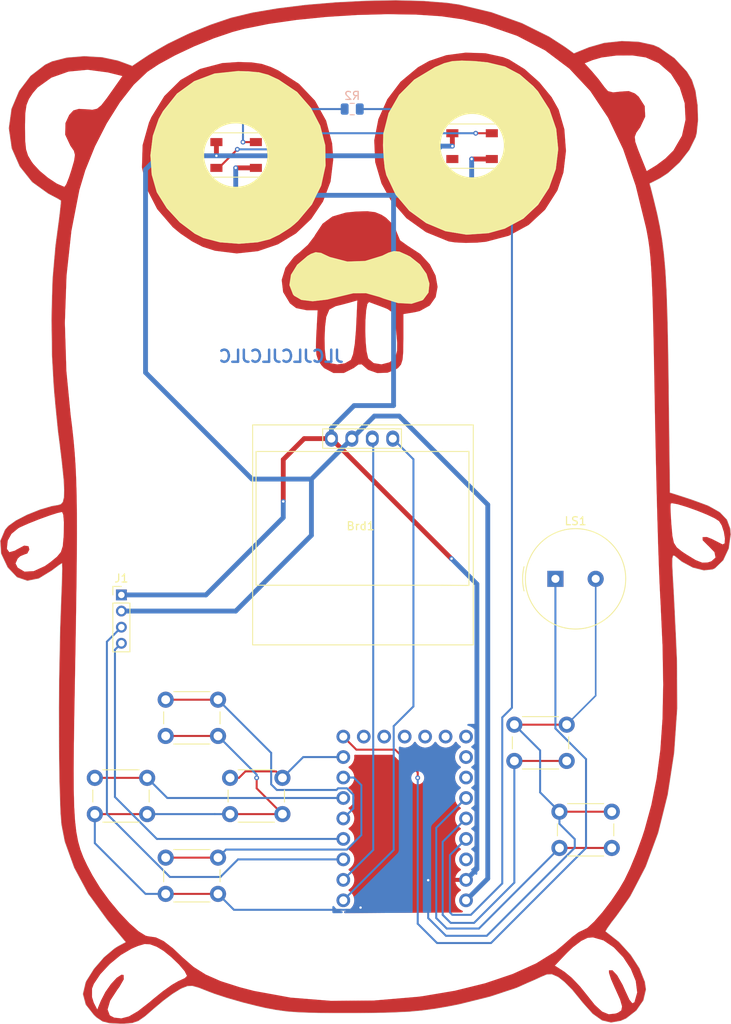
<source format=kicad_pcb>
(kicad_pcb (version 20240108) (generator "pcbnew") (generator_version "8.0")
  (layers (0 "F.Cu" signal) (31 "B.Cu" signal) (34 "B.Paste" user) (35 "F.Paste" user) (36 "B.SilkS" user "B.Silkscreen") (37 "F.SilkS" user "F.Silkscreen") (38 "B.Mask" user) (39 "F.Mask" user) (44 "Edge.Cuts" user))
  (net 0 "")
  (net 1 "GND")
  (net 2 "VCC")
  (net 3 "Net-(D1-DIN)")
  (net 4 "Net-(D1-DOUT)")
  (net 6 "/SDA")
  (net 7 "/SCL")
  (net 8 "/SDA1")
  (net 9 "/SCL1")
  (net 10 "Net-(U1-GP8)")
  (net 11 "/GP29")
  (net 12 "Net-(U1-GP4)")
  (net 13 "Net-(U1-GP5)")
  (net 14 "Net-(U1-GP6)")
  (net 15 "Net-(U1-GP7)")
  (net 16 "Net-(U1-GP28)")
  (net 17 "Net-(U1-GP27)")
  (footprint "LED_SMD:LED_WS2812B_PLCC4_5.0x5.0mm_P3.2mm" (layer "F.Cu") (at 97.75 62.9)
    (property "Reference" "D1" (hide yes))
    (property "Value" "WS2812B")
  )
  (footprint "LED_SMD:LED_WS2812B_PLCC4_5.0x5.0mm_P3.2mm" (layer "F.Cu") (at 127.05 61.8)
    (property "Reference" "D2" (hide yes))
    (property "Value" "WS2812B")
  )
  (footprint "rp2040-zero:my-rp2040-zero" (layer "F.Cu") (at 118.68 145.24 180)
    (property "Reference" "U1" (hide yes))
    (property "Value" "~" (hide yes))
  )
  (footprint "XIAO:128x64OLED" (layer "F.Cu") (at 113.2 108.7)
    (property "Reference" "Brd1")
    (property "Value" "SSD1306")
  )
  (footprint "Button_Switch_THT:SW_PUSH_6mm_H4.3mm" (layer "F.Cu") (at 132.3 133.6)
    (property "Reference" "SW5" (hide yes))
    (property "Value" "SW_Push")
  )
  (footprint "Button_Switch_THT:SW_PUSH_6mm_H4.3mm" (layer "F.Cu") (at 80.2 140.2)
    (property "Reference" "SW2" (hide yes))
    (property "Value" "SW_Push")
  )
  (footprint "Button_Switch_THT:SW_PUSH_6mm_H4.3mm" (layer "F.Cu") (at 89 150.1)
    (property "Reference" "SW3" (hide yes))
    (property "Value" "SW_Push")
  )
  (footprint "gopher:gopher2" (layer "F.Cu") (at 113.8 107.2)
    (property "Reference" "G***" (hide yes))
    (property "Value" "LOGO" (hide yes))
    (fp_line (start -45.35 3.59) (end -44.76 2.2) (stroke (width 0.05)) (layer "Edge.Cuts"))
    (fp_line (start -45.25 5.16) (end -45.35 3.59) (stroke (width 0.05)) (layer "Edge.Cuts"))
    (fp_line (start -44.76 2.2) (end -44.36 1.73) (stroke (width 0.05)) (layer "Edge.Cuts"))
    (fp_line (start -44.43 6.89) (end -45.25 5.16) (stroke (width 0.05)) (layer "Edge.Cuts"))
    (fp_line (start -44.36 1.73) (end -43.41 1.05) (stroke (width 0.05)) (layer "Edge.Cuts"))
    (fp_line (start -44.29 -47.63) (end -43.96 -50.04) (stroke (width 0.05)) (layer "Edge.Cuts"))
    (fp_line (start -43.96 -50.04) (end -43.01 -52.27) (stroke (width 0.05)) (layer "Edge.Cuts"))
    (fp_line (start -43.93 -45.12) (end -44.29 -47.63) (stroke (width 0.05)) (layer "Edge.Cuts"))
    (fp_line (start -43.41 1.05) (end -42.02 0.33) (stroke (width 0.05)) (layer "Edge.Cuts"))
    (fp_line (start -43.28 8.11) (end -44.43 6.89) (stroke (width 0.05)) (layer "Edge.Cuts"))
    (fp_line (start -43.01 -52.27) (end -41.59 -54.13) (stroke (width 0.05)) (layer "Edge.Cuts"))
    (fp_line (start -42.93 -42.86) (end -43.93 -45.12) (stroke (width 0.05)) (layer "Edge.Cuts"))
    (fp_line (start -42.02 0.33) (end -40.41 -0.31) (stroke (width 0.05)) (layer "Edge.Cuts"))
    (fp_line (start -41.97 8.55) (end -43.28 8.11) (stroke (width 0.05)) (layer "Edge.Cuts"))
    (fp_line (start -41.59 -54.13) (end -39.78 -55.52) (stroke (width 0.05)) (layer "Edge.Cuts"))
    (fp_line (start -41.39 -40.93) (end -42.93 -42.86) (stroke (width 0.05)) (layer "Edge.Cuts"))
    (fp_line (start -40.54 8.26) (end -41.97 8.55) (stroke (width 0.05)) (layer "Edge.Cuts"))
    (fp_line (start -40.41 -0.31) (end -38.94 -0.74) (stroke (width 0.05)) (layer "Edge.Cuts"))
    (fp_line (start -39.79 7.8) (end -40.54 8.26) (stroke (width 0.05)) (layer "Edge.Cuts"))
    (fp_line (start -39.78 -55.52) (end -38.91 -55.93) (stroke (width 0.05)) (layer "Edge.Cuts"))
    (fp_line (start -39.4 -39.5) (end -41.39 -40.93) (stroke (width 0.05)) (layer "Edge.Cuts"))
    (fp_line (start -38.99 -23.79) (end -38.94 -26.34) (stroke (width 0.05)) (layer "Edge.Cuts"))
    (fp_line (start -38.95 -21.14) (end -38.99 -23.79) (stroke (width 0.05)) (layer "Edge.Cuts"))
    (fp_line (start -38.94 -26.34) (end -38.88 -28.29) (stroke (width 0.05)) (layer "Edge.Cuts"))
    (fp_line (start -38.94 -19.52) (end -38.95 -21.14) (stroke (width 0.05)) (layer "Edge.Cuts"))
    (fp_line (start -38.94 -0.74) (end -38.74 -0.78) (stroke (width 0.05)) (layer "Edge.Cuts"))
    (fp_line (start -38.94 7.28) (end -39.79 7.8) (stroke (width 0.05)) (layer "Edge.Cuts"))
    (fp_line (start -38.91 -55.93) (end -37.08 -56.4) (stroke (width 0.05)) (layer "Edge.Cuts"))
    (fp_line (start -38.88 -28.29) (end -38.85 -29.08) (stroke (width 0.05)) (layer "Edge.Cuts"))
    (fp_line (start -38.85 -29.08) (end -38.67 -31.15) (stroke (width 0.05)) (layer "Edge.Cuts"))
    (fp_line (start -38.84 -17.74) (end -38.94 -19.52) (stroke (width 0.05)) (layer "Edge.Cuts"))
    (fp_line (start -38.74 -0.78) (end -38.23 -0.86) (stroke (width 0.05)) (layer "Edge.Cuts"))
    (fp_line (start -38.73 -15.79) (end -38.84 -17.74) (stroke (width 0.05)) (layer "Edge.Cuts"))
    (fp_line (start -38.67 -31.15) (end -38.49 -33.11) (stroke (width 0.05)) (layer "Edge.Cuts"))
    (fp_line (start -38.49 -33.11) (end -38.25 -34.92) (stroke (width 0.05)) (layer "Edge.Cuts"))
    (fp_line (start -38.49 -13.05) (end -38.73 -15.79) (stroke (width 0.05)) (layer "Edge.Cuts"))
    (fp_line (start -38.38 -11.93) (end -38.49 -13.05) (stroke (width 0.05)) (layer "Edge.Cuts"))
    (fp_line (start -38.25 -34.92) (end -38.04 -36.48) (stroke (width 0.05)) (layer "Edge.Cuts"))
    (fp_line (start -38.24 -38.89) (end -39.4 -39.5) (stroke (width 0.05)) (layer "Edge.Cuts"))
    (fp_line (start -38.23 -0.86) (end -37.82 -0.98) (stroke (width 0.05)) (layer "Edge.Cuts"))
    (fp_line (start -38.18 -9.93) (end -38.38 -11.93) (stroke (width 0.05)) (layer "Edge.Cuts"))
    (fp_line (start -38.07 24.31) (end -38.05 22.38) (stroke (width 0.05)) (layer "Edge.Cuts"))
    (fp_line (start -38.06 26.6) (end -38.07 24.31) (stroke (width 0.05)) (layer "Edge.Cuts"))
    (fp_line (start -38.06 28.14) (end -38.06 26.6) (stroke (width 0.05)) (layer "Edge.Cuts"))
    (fp_line (start -38.06 28.91) (end -38.06 28.14) (stroke (width 0.05)) (layer "Edge.Cuts"))
    (fp_line (start -38.05 22.38) (end -38.04 20.73) (stroke (width 0.05)) (layer "Edge.Cuts"))
    (fp_line (start -38.04 -36.48) (end -37.89 -37.8) (stroke (width 0.05)) (layer "Edge.Cuts"))
    (fp_line (start -38.04 20.73) (end -37.99 18.47) (stroke (width 0.05)) (layer "Edge.Cuts"))
    (fp_line (start -38.03 31.31) (end -38.06 28.91) (stroke (width 0.05)) (layer "Edge.Cuts"))
    (fp_line (start -38.02 6.59) (end -38.94 7.28) (stroke (width 0.05)) (layer "Edge.Cuts"))
    (fp_line (start -38.01 33.06) (end -38.03 31.31) (stroke (width 0.05)) (layer "Edge.Cuts"))
    (fp_line (start -37.99 -8.51) (end -38.18 -9.93) (stroke (width 0.05)) (layer "Edge.Cuts"))
    (fp_line (start -37.99 18.47) (end -37.93 15) (stroke (width 0.05)) (layer "Edge.Cuts"))
    (fp_line (start -37.98 34.15) (end -38.01 33.06) (stroke (width 0.05)) (layer "Edge.Cuts"))
    (fp_line (start -37.93 15) (end -37.85 12.51) (stroke (width 0.05)) (layer "Edge.Cuts"))
    (fp_line (start -37.92 -7.9) (end -37.99 -8.51) (stroke (width 0.05)) (layer "Edge.Cuts"))
    (fp_line (start -37.89 -37.8) (end -37.84 -38.3) (stroke (width 0.05)) (layer "Edge.Cuts"))
    (fp_line (start -37.87 37.4) (end -37.98 34.15) (stroke (width 0.05)) (layer "Edge.Cuts"))
    (fp_line (start -37.85 12.51) (end -37.77 10.43) (stroke (width 0.05)) (layer "Edge.Cuts"))
    (fp_line (start -37.84 -38.3) (end -37.83 -38.64) (stroke (width 0.05)) (layer "Edge.Cuts"))
    (fp_line (start -37.83 -38.64) (end -38.24 -38.89) (stroke (width 0.05)) (layer "Edge.Cuts"))
    (fp_line (start -37.82 -0.98) (end -37.59 -1.24) (stroke (width 0.05)) (layer "Edge.Cuts"))
    (fp_line (start -37.82 6.47) (end -38.02 6.59) (stroke (width 0.05)) (layer "Edge.Cuts"))
    (fp_line (start -37.77 -6.71) (end -37.92 -7.9) (stroke (width 0.05)) (layer "Edge.Cuts"))
    (fp_line (start -37.77 10.43) (end -37.72 9.09) (stroke (width 0.05)) (layer "Edge.Cuts"))
    (fp_line (start -37.75 38.82) (end -37.87 37.4) (stroke (width 0.05)) (layer "Edge.Cuts"))
    (fp_line (start -37.72 9.09) (end -37.68 7.87) (stroke (width 0.05)) (layer "Edge.Cuts"))
    (fp_line (start -37.68 6.38) (end -37.82 6.47) (stroke (width 0.05)) (layer "Edge.Cuts"))
    (fp_line (start -37.68 6.6) (end -37.68 6.38) (stroke (width 0.05)) (layer "Edge.Cuts"))
    (fp_line (start -37.68 7.87) (end -37.66 7.05) (stroke (width 0.05)) (layer "Edge.Cuts"))
    (fp_line (start -37.66 7.05) (end -37.68 6.6) (stroke (width 0.05)) (layer "Edge.Cuts"))
    (fp_line (start -37.61 -5.22) (end -37.77 -6.71) (stroke (width 0.05)) (layer "Edge.Cuts"))
    (fp_line (start -37.59 -1.24) (end -37.45 -1.81) (stroke (width 0.05)) (layer "Edge.Cuts"))
    (fp_line (start -37.48 -4.01) (end -37.61 -5.22) (stroke (width 0.05)) (layer "Edge.Cuts"))
    (fp_line (start -37.45 -1.81) (end -37.42 -2.73) (stroke (width 0.05)) (layer "Edge.Cuts"))
    (fp_line (start -37.42 -2.73) (end -37.48 -4.01) (stroke (width 0.05)) (layer "Edge.Cuts"))
    (fp_line (start -37.34 40.92) (end -37.75 38.82) (stroke (width 0.05)) (layer "Edge.Cuts"))
    (fp_line (start -37.08 -56.4) (end -34.92 -56.58) (stroke (width 0.05)) (layer "Edge.Cuts"))
    (fp_line (start -36.17 44.16) (end -37.34 40.92) (stroke (width 0.05)) (layer "Edge.Cuts"))
    (fp_line (start -35.09 59.83) (end -34.75 58.38) (stroke (width 0.05)) (layer "Edge.Cuts"))
    (fp_line (start -34.92 -56.58) (end -33.6 -56.5) (stroke (width 0.05)) (layer "Edge.Cuts"))
    (fp_line (start -34.75 58.38) (end -34.65 58.17) (stroke (width 0.05)) (layer "Edge.Cuts"))
    (fp_line (start -34.73 61.16) (end -35.09 59.83) (stroke (width 0.05)) (layer "Edge.Cuts"))
    (fp_line (start -34.65 58.17) (end -34.01 57.16) (stroke (width 0.05)) (layer "Edge.Cuts"))
    (fp_line (start -34.42 47.41) (end -36.17 44.16) (stroke (width 0.05)) (layer "Edge.Cuts"))
    (fp_line (start -34.1 47.83) (end -34.42 47.41) (stroke (width 0.05)) (layer "Edge.Cuts"))
    (fp_line (start -34.01 57.16) (end -33.72 56.69) (stroke (width 0.05)) (layer "Edge.Cuts"))
    (fp_line (start -33.73 62.43) (end -34.73 61.16) (stroke (width 0.05)) (layer "Edge.Cuts"))
    (fp_line (start -33.72 56.69) (end -32.74 55.57) (stroke (width 0.05)) (layer "Edge.Cuts"))
    (fp_line (start -33.6 -56.5) (end -32.71 -56.45) (stroke (width 0.05)) (layer "Edge.Cuts"))
    (fp_line (start -33.39 62.75) (end -33.73 62.43) (stroke (width 0.05)) (layer "Edge.Cuts"))
    (fp_line (start -32.74 55.57) (end -32.5 55.28) (stroke (width 0.05)) (layer "Edge.Cuts"))
    (fp_line (start -32.71 -56.45) (end -32.04 -56.31) (stroke (width 0.05)) (layer "Edge.Cuts"))
    (fp_line (start -32.69 49.78) (end -34.1 47.83) (stroke (width 0.05)) (layer "Edge.Cuts"))
    (fp_line (start -32.65 63.24) (end -33.39 62.75) (stroke (width 0.05)) (layer "Edge.Cuts"))
    (fp_line (start -32.5 55.28) (end -31.32 54.29) (stroke (width 0.05)) (layer "Edge.Cuts"))
    (fp_line (start -32.04 -56.31) (end -30.74 -56.03) (stroke (width 0.05)) (layer "Edge.Cuts"))
    (fp_line (start -32 50.72) (end -32.69 49.78) (stroke (width 0.05)) (layer "Edge.Cuts"))
    (fp_line (start -31.78 63.46) (end -32.65 63.24) (stroke (width 0.05)) (layer "Edge.Cuts"))
    (fp_line (start -31.32 54.29) (end -31.12 54.13) (stroke (width 0.05)) (layer "Edge.Cuts"))
    (fp_line (start -31.12 54.13) (end -30.72 53.88) (stroke (width 0.05)) (layer "Edge.Cuts"))
    (fp_line (start -30.91 52.03) (end -32 50.72) (stroke (width 0.05)) (layer "Edge.Cuts"))
    (fp_line (start -30.74 -56.03) (end -29.77 -55.68) (stroke (width 0.05)) (layer "Edge.Cuts"))
    (fp_line (start -30.72 53.88) (end -30.23 53.62) (stroke (width 0.05)) (layer "Edge.Cuts"))
    (fp_line (start -30.47 63.52) (end -31.78 63.46) (stroke (width 0.05)) (layer "Edge.Cuts"))
    (fp_line (start -30.23 53.62) (end -29.78 53.38) (stroke (width 0.05)) (layer "Edge.Cuts"))
    (fp_line (start -30.02 53.1) (end -30.91 52.03) (stroke (width 0.05)) (layer "Edge.Cuts"))
    (fp_line (start -29.92 63.52) (end -30.47 63.52) (stroke (width 0.05)) (layer "Edge.Cuts"))
    (fp_line (start -29.78 53.38) (end -30.02 53.1) (stroke (width 0.05)) (layer "Edge.Cuts"))
    (fp_line (start -29.77 -55.68) (end -28.95 -55.37) (stroke (width 0.05)) (layer "Edge.Cuts"))
    (fp_line (start -28.96 63.44) (end -29.92 63.52) (stroke (width 0.05)) (layer "Edge.Cuts"))
    (fp_line (start -28.95 -55.37) (end -27.96 -56.04) (stroke (width 0.05)) (layer "Edge.Cuts"))
    (fp_line (start -28.19 63.18) (end -28.96 63.44) (stroke (width 0.05)) (layer "Edge.Cuts"))
    (fp_line (start -27.96 -56.04) (end -26.9 -56.74) (stroke (width 0.05)) (layer "Edge.Cuts"))
    (fp_line (start -27.39 62.63) (end -28.19 63.18) (stroke (width 0.05)) (layer "Edge.Cuts"))
    (fp_line (start -26.93 62.24) (end -27.39 62.63) (stroke (width 0.05)) (layer "Edge.Cuts"))
    (fp_line (start -26.9 -56.74) (end -25.7 -57.46) (stroke (width 0.05)) (layer "Edge.Cuts"))
    (fp_line (start -26.27 61.66) (end -26.93 62.24) (stroke (width 0.05)) (layer "Edge.Cuts"))
    (fp_line (start -25.78 61.25) (end -26.27 61.66) (stroke (width 0.05)) (layer "Edge.Cuts"))
    (fp_line (start -25.7 -57.46) (end -24.89 -57.92) (stroke (width 0.05)) (layer "Edge.Cuts"))
    (fp_line (start -25.1 60.68) (end -25.78 61.25) (stroke (width 0.05)) (layer "Edge.Cuts"))
    (fp_line (start -24.89 -57.92) (end -24.58 -58.1) (stroke (width 0.05)) (layer "Edge.Cuts"))
    (fp_line (start -24.58 -58.1) (end -22.21 -59.25) (stroke (width 0.05)) (layer "Edge.Cuts"))
    (fp_line (start -24.35 60.12) (end -25.1 60.68) (stroke (width 0.05)) (layer "Edge.Cuts"))
    (fp_line (start -23.96 59.83) (end -24.35 60.12) (stroke (width 0.05)) (layer "Edge.Cuts"))
    (fp_line (start -23.7 59.67) (end -23.96 59.83) (stroke (width 0.05)) (layer "Edge.Cuts"))
    (fp_line (start -22.99 59.23) (end -23.7 59.67) (stroke (width 0.05)) (layer "Edge.Cuts"))
    (fp_line (start -22.72 59.1) (end -22.99 59.23) (stroke (width 0.05)) (layer "Edge.Cuts"))
    (fp_line (start -22.21 -59.25) (end -21.72 -59.47) (stroke (width 0.05)) (layer "Edge.Cuts"))
    (fp_line (start -22.1 58.86) (end -22.72 59.1) (stroke (width 0.05)) (layer "Edge.Cuts"))
    (fp_line (start -21.72 -59.47) (end -19.31 -60.45) (stroke (width 0.05)) (layer "Edge.Cuts"))
    (fp_line (start -21.51 58.83) (end -22.1 58.86) (stroke (width 0.05)) (layer "Edge.Cuts"))
    (fp_line (start -20.89 59) (end -21.51 58.83) (stroke (width 0.05)) (layer "Edge.Cuts"))
    (fp_line (start -20.6 59.09) (end -20.89 59) (stroke (width 0.05)) (layer "Edge.Cuts"))
    (fp_line (start -20.15 59.27) (end -20.6 59.09) (stroke (width 0.05)) (layer "Edge.Cuts"))
    (fp_line (start -19.46 59.54) (end -20.15 59.27) (stroke (width 0.05)) (layer "Edge.Cuts"))
    (fp_line (start -19.31 -60.45) (end -16.7 -61.34) (stroke (width 0.05)) (layer "Edge.Cuts"))
    (fp_line (start -18.72 59.82) (end -19.46 59.54) (stroke (width 0.05)) (layer "Edge.Cuts"))
    (fp_line (start -17.19 60.32) (end -18.72 59.82) (stroke (width 0.05)) (layer "Edge.Cuts"))
    (fp_line (start -16.7 -61.34) (end -14.05 -61.98) (stroke (width 0.05)) (layer "Edge.Cuts"))
    (fp_line (start -16.14 60.62) (end -17.19 60.32) (stroke (width 0.05)) (layer "Edge.Cuts"))
    (fp_line (start -15.17 60.9) (end -16.14 60.62) (stroke (width 0.05)) (layer "Edge.Cuts"))
    (fp_line (start -14.05 -61.98) (end -10.91 -62.51) (stroke (width 0.05)) (layer "Edge.Cuts"))
    (fp_line (start -13.61 61.29) (end -15.17 60.9) (stroke (width 0.05)) (layer "Edge.Cuts"))
    (fp_line (start -12.43 61.57) (end -13.61 61.29) (stroke (width 0.05)) (layer "Edge.Cuts"))
    (fp_line (start -11.12 61.81) (end -12.43 61.57) (stroke (width 0.05)) (layer "Edge.Cuts"))
    (fp_line (start -10.91 -62.51) (end -7.39 -62.95) (stroke (width 0.05)) (layer "Edge.Cuts"))
    (fp_line (start -9.78 62) (end -11.12 61.81) (stroke (width 0.05)) (layer "Edge.Cuts"))
    (fp_line (start -8.45 62.1) (end -9.78 62) (stroke (width 0.05)) (layer "Edge.Cuts"))
    (fp_line (start -7.64 62.13) (end -8.45 62.1) (stroke (width 0.05)) (layer "Edge.Cuts"))
    (fp_line (start -7.39 -62.95) (end -4.97 -63.15) (stroke (width 0.05)) (layer "Edge.Cuts"))
    (fp_line (start -5.78 62.19) (end -7.64 62.13) (stroke (width 0.05)) (layer "Edge.Cuts"))
    (fp_line (start -4.97 -63.15) (end -3.63 -63.26) (stroke (width 0.05)) (layer "Edge.Cuts"))
    (fp_line (start -4.09 62.2) (end -5.78 62.19) (stroke (width 0.05)) (layer "Edge.Cuts"))
    (fp_line (start -3.63 -63.26) (end -1.9 -63.35) (stroke (width 0.05)) (layer "Edge.Cuts"))
    (fp_line (start -2.01 62.2) (end -4.09 62.2) (stroke (width 0.05)) (layer "Edge.Cuts"))
    (fp_line (start -1.9 -63.35) (end 0.09 -63.45) (stroke (width 0.05)) (layer "Edge.Cuts"))
    (fp_line (start -0.94 62.2) (end -2.01 62.2) (stroke (width 0.05)) (layer "Edge.Cuts"))
    (fp_line (start 0.09 -63.45) (end 2.08 -63.49) (stroke (width 0.05)) (layer "Edge.Cuts"))
    (fp_line (start 0.58 62.19) (end -0.94 62.2) (stroke (width 0.05)) (layer "Edge.Cuts"))
    (fp_line (start 1.44 62.18) (end 0.58 62.19) (stroke (width 0.05)) (layer "Edge.Cuts"))
    (fp_line (start 2.08 -63.49) (end 3.77 -63.51) (stroke (width 0.05)) (layer "Edge.Cuts"))
    (fp_line (start 2.7 62.14) (end 1.44 62.18) (stroke (width 0.05)) (layer "Edge.Cuts"))
    (fp_line (start 3.63 62.12) (end 2.7 62.14) (stroke (width 0.05)) (layer "Edge.Cuts"))
    (fp_line (start 3.77 -63.51) (end 6.18 -63.46) (stroke (width 0.05)) (layer "Edge.Cuts"))
    (fp_line (start 4.55 62.07) (end 3.63 62.12) (stroke (width 0.05)) (layer "Edge.Cuts"))
    (fp_line (start 5.31 62.04) (end 4.55 62.07) (stroke (width 0.05)) (layer "Edge.Cuts"))
    (fp_line (start 5.64 62.01) (end 5.31 62.04) (stroke (width 0.05)) (layer "Edge.Cuts"))
    (fp_line (start 6.18 -63.46) (end 7.18 -63.43) (stroke (width 0.05)) (layer "Edge.Cuts"))
    (fp_line (start 6.3 61.95) (end 5.64 62.01) (stroke (width 0.05)) (layer "Edge.Cuts"))
    (fp_line (start 7.06 61.88) (end 6.3 61.95) (stroke (width 0.05)) (layer "Edge.Cuts"))
    (fp_line (start 7.18 -63.43) (end 10.13 -63.2) (stroke (width 0.05)) (layer "Edge.Cuts"))
    (fp_line (start 7.65 61.8) (end 7.06 61.88) (stroke (width 0.05)) (layer "Edge.Cuts"))
    (fp_line (start 8.66 61.66) (end 7.65 61.8) (stroke (width 0.05)) (layer "Edge.Cuts"))
    (fp_line (start 8.91 61.62) (end 8.66 61.66) (stroke (width 0.05)) (layer "Edge.Cuts"))
    (fp_line (start 9.61 61.5) (end 8.91 61.62) (stroke (width 0.05)) (layer "Edge.Cuts"))
    (fp_line (start 10.13 -63.2) (end 11.7 -62.97) (stroke (width 0.05)) (layer "Edge.Cuts"))
    (fp_line (start 10.5 61.34) (end 9.61 61.5) (stroke (width 0.05)) (layer "Edge.Cuts"))
    (fp_line (start 11.16 61.21) (end 10.5 61.34) (stroke (width 0.05)) (layer "Edge.Cuts"))
    (fp_line (start 11.69 61.1) (end 11.16 61.21) (stroke (width 0.05)) (layer "Edge.Cuts"))
    (fp_line (start 11.7 -62.97) (end 13.57 -62.53) (stroke (width 0.05)) (layer "Edge.Cuts"))
    (fp_line (start 12.47 60.91) (end 11.69 61.1) (stroke (width 0.05)) (layer "Edge.Cuts"))
    (fp_line (start 13.43 60.67) (end 12.47 60.91) (stroke (width 0.05)) (layer "Edge.Cuts"))
    (fp_line (start 13.57 -62.53) (end 15.65 -62.03) (stroke (width 0.05)) (layer "Edge.Cuts"))
    (fp_line (start 14.57 60.39) (end 13.43 60.67) (stroke (width 0.05)) (layer "Edge.Cuts"))
    (fp_line (start 15.54 60.14) (end 14.57 60.39) (stroke (width 0.05)) (layer "Edge.Cuts"))
    (fp_line (start 15.65 -62.03) (end 17.19 -61.48) (stroke (width 0.05)) (layer "Edge.Cuts"))
    (fp_line (start 16.4 59.86) (end 15.54 60.14) (stroke (width 0.05)) (layer "Edge.Cuts"))
    (fp_line (start 17.12 59.62) (end 16.4 59.86) (stroke (width 0.05)) (layer "Edge.Cuts"))
    (fp_line (start 17.19 -61.48) (end 19.46 -60.67) (stroke (width 0.05)) (layer "Edge.Cuts"))
    (fp_line (start 17.63 59.45) (end 17.12 59.62) (stroke (width 0.05)) (layer "Edge.Cuts"))
    (fp_line (start 18.31 59.23) (end 17.63 59.45) (stroke (width 0.05)) (layer "Edge.Cuts"))
    (fp_line (start 18.77 59.07) (end 18.31 59.23) (stroke (width 0.05)) (layer "Edge.Cuts"))
    (fp_line (start 19.17 58.9) (end 18.77 59.07) (stroke (width 0.05)) (layer "Edge.Cuts"))
    (fp_line (start 19.46 -60.67) (end 22.84 -58.99) (stroke (width 0.05)) (layer "Edge.Cuts"))
    (fp_line (start 19.54 58.73) (end 19.17 58.9) (stroke (width 0.05)) (layer "Edge.Cuts"))
    (fp_line (start 20.16 58.45) (end 19.54 58.73) (stroke (width 0.05)) (layer "Edge.Cuts"))
    (fp_line (start 20.75 58.2) (end 20.16 58.45) (stroke (width 0.05)) (layer "Edge.Cuts"))
    (fp_line (start 21.2 58) (end 20.75 58.2) (stroke (width 0.05)) (layer "Edge.Cuts"))
    (fp_line (start 21.69 57.77) (end 21.2 58) (stroke (width 0.05)) (layer "Edge.Cuts"))
    (fp_line (start 21.89 57.68) (end 21.69 57.77) (stroke (width 0.05)) (layer "Edge.Cuts"))
    (fp_line (start 22.54 57.41) (end 21.89 57.68) (stroke (width 0.05)) (layer "Edge.Cuts"))
    (fp_line (start 22.84 -58.99) (end 24.79 -57.73) (stroke (width 0.05)) (layer "Edge.Cuts"))
    (fp_line (start 23.16 57.39) (end 22.54 57.41) (stroke (width 0.05)) (layer "Edge.Cuts"))
    (fp_line (start 23.92 57.72) (end 23.16 57.39) (stroke (width 0.05)) (layer "Edge.Cuts"))
    (fp_line (start 24.08 57.84) (end 23.92 57.72) (stroke (width 0.05)) (layer "Edge.Cuts"))
    (fp_line (start 24.71 58.34) (end 24.08 57.84) (stroke (width 0.05)) (layer "Edge.Cuts"))
    (fp_line (start 24.79 -57.73) (end 25.9 -56.93) (stroke (width 0.05)) (layer "Edge.Cuts"))
    (fp_line (start 25.08 58.71) (end 24.71 58.34) (stroke (width 0.05)) (layer "Edge.Cuts"))
    (fp_line (start 25.68 59.31) (end 25.08 58.71) (stroke (width 0.05)) (layer "Edge.Cuts"))
    (fp_line (start 25.85 59.52) (end 25.68 59.31) (stroke (width 0.05)) (layer "Edge.Cuts"))
    (fp_line (start 25.9 -56.93) (end 27.78 -57.69) (stroke (width 0.05)) (layer "Edge.Cuts"))
    (fp_line (start 26.34 60.12) (end 25.85 59.52) (stroke (width 0.05)) (layer "Edge.Cuts"))
    (fp_line (start 26.94 60.86) (end 26.34 60.12) (stroke (width 0.05)) (layer "Edge.Cuts"))
    (fp_line (start 27.3 61.27) (end 26.94 60.86) (stroke (width 0.05)) (layer "Edge.Cuts"))
    (fp_line (start 27.78 -57.69) (end 29.66 -58.23) (stroke (width 0.05)) (layer "Edge.Cuts"))
    (fp_line (start 28.22 62.29) (end 27.3 61.27) (stroke (width 0.05)) (layer "Edge.Cuts"))
    (fp_line (start 29.38 63.11) (end 28.22 62.29) (stroke (width 0.05)) (layer "Edge.Cuts"))
    (fp_line (start 29.66 -58.23) (end 31.86 -58.46) (stroke (width 0.05)) (layer "Edge.Cuts"))
    (fp_line (start 29.84 52.05) (end 30.47 52.54) (stroke (width 0.05)) (layer "Edge.Cuts"))
    (fp_line (start 30.04 51.7) (end 29.84 52.05) (stroke (width 0.05)) (layer "Edge.Cuts"))
    (fp_line (start 30.13 51.57) (end 30.04 51.7) (stroke (width 0.05)) (layer "Edge.Cuts"))
    (fp_line (start 30.47 52.54) (end 31.36 53.24) (stroke (width 0.05)) (layer "Edge.Cuts"))
    (fp_line (start 30.51 63.38) (end 29.38 63.11) (stroke (width 0.05)) (layer "Edge.Cuts"))
    (fp_line (start 30.59 50.92) (end 30.13 51.57) (stroke (width 0.05)) (layer "Edge.Cuts"))
    (fp_line (start 31.13 50.23) (end 30.59 50.92) (stroke (width 0.05)) (layer "Edge.Cuts"))
    (fp_line (start 31.36 53.24) (end 31.48 53.33) (stroke (width 0.05)) (layer "Edge.Cuts"))
    (fp_line (start 31.48 53.33) (end 32.15 54.06) (stroke (width 0.05)) (layer "Edge.Cuts"))
    (fp_line (start 31.73 63.16) (end 30.51 63.38) (stroke (width 0.05)) (layer "Edge.Cuts"))
    (fp_line (start 31.85 49.23) (end 31.13 50.23) (stroke (width 0.05)) (layer "Edge.Cuts"))
    (fp_line (start 31.86 -58.46) (end 33.95 -58.36) (stroke (width 0.05)) (layer "Edge.Cuts"))
    (fp_line (start 32.15 54.06) (end 32.96 54.96) (stroke (width 0.05)) (layer "Edge.Cuts"))
    (fp_line (start 32.4 62.86) (end 31.73 63.16) (stroke (width 0.05)) (layer "Edge.Cuts"))
    (fp_line (start 32.89 47.73) (end 31.85 49.23) (stroke (width 0.05)) (layer "Edge.Cuts"))
    (fp_line (start 32.96 54.96) (end 33.71 56.11) (stroke (width 0.05)) (layer "Edge.Cuts"))
    (fp_line (start 33.39 46.79) (end 32.89 47.73) (stroke (width 0.05)) (layer "Edge.Cuts"))
    (fp_line (start 33.66 61.88) (end 32.4 62.86) (stroke (width 0.05)) (layer "Edge.Cuts"))
    (fp_line (start 33.71 56.11) (end 34.05 56.64) (stroke (width 0.05)) (layer "Edge.Cuts"))
    (fp_line (start 33.89 45.83) (end 33.39 46.79) (stroke (width 0.05)) (layer "Edge.Cuts"))
    (fp_line (start 33.95 -58.36) (end 35.77 -57.96) (stroke (width 0.05)) (layer "Edge.Cuts"))
    (fp_line (start 34.05 56.64) (end 34.72 58.32) (stroke (width 0.05)) (layer "Edge.Cuts"))
    (fp_line (start 34.53 60.63) (end 33.66 61.88) (stroke (width 0.05)) (layer "Edge.Cuts"))
    (fp_line (start 34.72 58.32) (end 34.85 59.26) (stroke (width 0.05)) (layer "Edge.Cuts"))
    (fp_line (start 34.79 44.09) (end 33.89 45.83) (stroke (width 0.05)) (layer "Edge.Cuts"))
    (fp_line (start 34.85 59.26) (end 34.53 60.63) (stroke (width 0.05)) (layer "Edge.Cuts"))
    (fp_line (start 34.9 43.83) (end 34.79 44.09) (stroke (width 0.05)) (layer "Edge.Cuts"))
    (fp_line (start 35.31 -40.75) (end 35.46 -40.21) (stroke (width 0.05)) (layer "Edge.Cuts"))
    (fp_line (start 35.46 -40.21) (end 35.64 -39.51) (stroke (width 0.05)) (layer "Edge.Cuts"))
    (fp_line (start 35.64 -39.51) (end 35.8 -38.88) (stroke (width 0.05)) (layer "Edge.Cuts"))
    (fp_line (start 35.77 -57.96) (end 36.49 -57.65) (stroke (width 0.05)) (layer "Edge.Cuts"))
    (fp_line (start 35.8 -38.88) (end 36.1 -37.65) (stroke (width 0.05)) (layer "Edge.Cuts"))
    (fp_line (start 35.97 -41.08) (end 35.31 -40.75) (stroke (width 0.05)) (layer "Edge.Cuts"))
    (fp_line (start 36.1 -37.65) (end 36.29 -36.85) (stroke (width 0.05)) (layer "Edge.Cuts"))
    (fp_line (start 36.29 -36.85) (end 36.42 -36.22) (stroke (width 0.05)) (layer "Edge.Cuts"))
    (fp_line (start 36.37 39.84) (end 34.9 43.83) (stroke (width 0.05)) (layer "Edge.Cuts"))
    (fp_line (start 36.42 -36.22) (end 36.6 -35.35) (stroke (width 0.05)) (layer "Edge.Cuts"))
    (fp_line (start 36.49 -57.65) (end 38.39 -56.33) (stroke (width 0.05)) (layer "Edge.Cuts"))
    (fp_line (start 36.59 -41.4) (end 35.97 -41.08) (stroke (width 0.05)) (layer "Edge.Cuts"))
    (fp_line (start 36.6 -35.35) (end 36.73 -34.59) (stroke (width 0.05)) (layer "Edge.Cuts"))
    (fp_line (start 36.73 -34.59) (end 36.87 -33.75) (stroke (width 0.05)) (layer "Edge.Cuts"))
    (fp_line (start 36.87 -33.75) (end 37.1 -31.88) (stroke (width 0.05)) (layer "Edge.Cuts"))
    (fp_line (start 36.95 -41.63) (end 36.59 -41.4) (stroke (width 0.05)) (layer "Edge.Cuts"))
    (fp_line (start 36.97 37.46) (end 36.37 39.84) (stroke (width 0.05)) (layer "Edge.Cuts"))
    (fp_line (start 37.1 -31.88) (end 37.27 -30.02) (stroke (width 0.05)) (layer "Edge.Cuts"))
    (fp_line (start 37.27 -30.02) (end 37.41 -27.51) (stroke (width 0.05)) (layer "Edge.Cuts"))
    (fp_line (start 37.41 -27.51) (end 37.52 -24.34) (stroke (width 0.05)) (layer "Edge.Cuts"))
    (fp_line (start 37.52 -24.34) (end 37.64 -18.96) (stroke (width 0.05)) (layer "Edge.Cuts"))
    (fp_line (start 37.56 35.08) (end 36.97 37.46) (stroke (width 0.05)) (layer "Edge.Cuts"))
    (fp_line (start 37.59 -42.05) (end 36.95 -41.63) (stroke (width 0.05)) (layer "Edge.Cuts"))
    (fp_line (start 37.64 -18.96) (end 37.68 -14.97) (stroke (width 0.05)) (layer "Edge.Cuts"))
    (fp_line (start 37.68 -14.97) (end 37.73 -11.35) (stroke (width 0.05)) (layer "Edge.Cuts"))
    (fp_line (start 37.73 -11.35) (end 37.77 -8.14) (stroke (width 0.05)) (layer "Edge.Cuts"))
    (fp_line (start 37.77 -8.14) (end 37.8 -5.5) (stroke (width 0.05)) (layer "Edge.Cuts"))
    (fp_line (start 37.8 -5.5) (end 37.83 -3.37) (stroke (width 0.05)) (layer "Edge.Cuts"))
    (fp_line (start 37.83 -3.37) (end 37.83 -2.41) (stroke (width 0.05)) (layer "Edge.Cuts"))
    (fp_line (start 37.83 -2.41) (end 38.6 -2.17) (stroke (width 0.05)) (layer "Edge.Cuts"))
    (fp_line (start 37.94 32.64) (end 37.56 35.08) (stroke (width 0.05)) (layer "Edge.Cuts"))
    (fp_line (start 38.13 5.78) (end 38.13 6.19) (stroke (width 0.05)) (layer "Edge.Cuts"))
    (fp_line (start 38.13 6.19) (end 38.13 6.73) (stroke (width 0.05)) (layer "Edge.Cuts"))
    (fp_line (start 38.13 6.73) (end 38.19 7.94) (stroke (width 0.05)) (layer "Edge.Cuts"))
    (fp_line (start 38.19 7.94) (end 38.26 9.05) (stroke (width 0.05)) (layer "Edge.Cuts"))
    (fp_line (start 38.22 5.44) (end 38.13 5.78) (stroke (width 0.05)) (layer "Edge.Cuts"))
    (fp_line (start 38.26 9.05) (end 38.31 10.03) (stroke (width 0.05)) (layer "Edge.Cuts"))
    (fp_line (start 38.31 10.03) (end 38.35 10.72) (stroke (width 0.05)) (layer "Edge.Cuts"))
    (fp_line (start 38.35 10.72) (end 38.46 13.05) (stroke (width 0.05)) (layer "Edge.Cuts"))
    (fp_line (start 38.36 29.91) (end 37.94 32.64) (stroke (width 0.05)) (layer "Edge.Cuts"))
    (fp_line (start 38.38 5.45) (end 38.22 5.44) (stroke (width 0.05)) (layer "Edge.Cuts"))
    (fp_line (start 38.39 -56.33) (end 39.94 -54.66) (stroke (width 0.05)) (layer "Edge.Cuts"))
    (fp_line (start 38.43 5.49) (end 38.38 5.45) (stroke (width 0.05)) (layer "Edge.Cuts"))
    (fp_line (start 38.46 13.05) (end 38.54 14.67) (stroke (width 0.05)) (layer "Edge.Cuts"))
    (fp_line (start 38.54 14.67) (end 38.62 16.34) (stroke (width 0.05)) (layer "Edge.Cuts"))
    (fp_line (start 38.6 -2.17) (end 39.65 -1.83) (stroke (width 0.05)) (layer "Edge.Cuts"))
    (fp_line (start 38.62 16.34) (end 38.66 17.42) (stroke (width 0.05)) (layer "Edge.Cuts"))
    (fp_line (start 38.66 17.42) (end 38.71 18.45) (stroke (width 0.05)) (layer "Edge.Cuts"))
    (fp_line (start 38.71 18.45) (end 38.72 19.55) (stroke (width 0.05)) (layer "Edge.Cuts"))
    (fp_line (start 38.72 19.55) (end 38.72 20.65) (stroke (width 0.05)) (layer "Edge.Cuts"))
    (fp_line (start 38.72 20.65) (end 38.73 22.25) (stroke (width 0.05)) (layer "Edge.Cuts"))
    (fp_line (start 38.73 22.25) (end 38.74 24.37) (stroke (width 0.05)) (layer "Edge.Cuts"))
    (fp_line (start 38.74 24.37) (end 38.36 29.91) (stroke (width 0.05)) (layer "Edge.Cuts"))
    (fp_line (start 39.04 -43.37) (end 37.59 -42.05) (stroke (width 0.05)) (layer "Edge.Cuts"))
    (fp_line (start 39.3 6.19) (end 38.43 5.49) (stroke (width 0.05)) (layer "Edge.Cuts"))
    (fp_line (start 39.65 -1.83) (end 40.49 -1.55) (stroke (width 0.05)) (layer "Edge.Cuts"))
    (fp_line (start 39.94 -54.66) (end 40.57 -53.61) (stroke (width 0.05)) (layer "Edge.Cuts"))
    (fp_line (start 40.24 -44.9) (end 39.04 -43.37) (stroke (width 0.05)) (layer "Edge.Cuts"))
    (fp_line (start 40.49 -1.55) (end 41.69 -1.12) (stroke (width 0.05)) (layer "Edge.Cuts"))
    (fp_line (start 40.57 -53.61) (end 41.01 -52.26) (stroke (width 0.05)) (layer "Edge.Cuts"))
    (fp_line (start 40.64 6.91) (end 39.3 6.19) (stroke (width 0.05)) (layer "Edge.Cuts"))
    (fp_line (start 41.01 -52.26) (end 41.27 -50.46) (stroke (width 0.05)) (layer "Edge.Cuts"))
    (fp_line (start 41.02 -46.49) (end 40.24 -44.9) (stroke (width 0.05)) (layer "Edge.Cuts"))
    (fp_line (start 41.15 -46.97) (end 41.02 -46.49) (stroke (width 0.05)) (layer "Edge.Cuts"))
    (fp_line (start 41.27 -50.46) (end 41.33 -48.63) (stroke (width 0.05)) (layer "Edge.Cuts"))
    (fp_line (start 41.33 -48.63) (end 41.15 -46.97) (stroke (width 0.05)) (layer "Edge.Cuts"))
    (fp_line (start 41.69 -1.12) (end 42.59 -0.78) (stroke (width 0.05)) (layer "Edge.Cuts"))
    (fp_line (start 42.05 7.27) (end 40.64 6.91) (stroke (width 0.05)) (layer "Edge.Cuts"))
    (fp_line (start 42.59 -0.78) (end 42.96 -0.58) (stroke (width 0.05)) (layer "Edge.Cuts"))
    (fp_line (start 42.96 -0.58) (end 43.67 -0.18) (stroke (width 0.05)) (layer "Edge.Cuts"))
    (fp_line (start 43.13 7.14) (end 42.05 7.27) (stroke (width 0.05)) (layer "Edge.Cuts"))
    (fp_line (start 43.43 7) (end 43.13 7.14) (stroke (width 0.05)) (layer "Edge.Cuts"))
    (fp_line (start 43.67 -0.18) (end 44.03 0.03) (stroke (width 0.05)) (layer "Edge.Cuts"))
    (fp_line (start 44.03 0.03) (end 44.91 0.95) (stroke (width 0.05)) (layer "Edge.Cuts"))
    (fp_line (start 44.45 6.01) (end 43.43 7) (stroke (width 0.05)) (layer "Edge.Cuts"))
    (fp_line (start 44.91 0.95) (end 45.32 2.06) (stroke (width 0.05)) (layer "Edge.Cuts"))
    (fp_line (start 45.14 4.54) (end 44.45 6.01) (stroke (width 0.05)) (layer "Edge.Cuts"))
    (fp_line (start 45.32 2.06) (end 45.38 2.8) (stroke (width 0.05)) (layer "Edge.Cuts"))
    (fp_line (start 45.38 2.8) (end 45.14 4.54) (stroke (width 0.05)) (layer "Edge.Cuts"))
  )
  (footprint "Connector_PinHeader_2.00mm:PinHeader_1x04_P2.00mm_Vertical" (layer "F.Cu") (at 83.5 117.5)
    (property "Reference" "J1")
    (property "Value" "Conn_01x04_Pin")
  )
  (footprint "MountingHole:MountingHole_3.2mm_M3" (layer "F.Cu") (at 112 50.7)
    (property "Reference" "REF**" (hide yes))
    (property "Value" "MountingHole_3.2mm_M3")
  )
  (footprint "Button_Switch_THT:SW_PUSH_6mm_H4.3mm" (layer "F.Cu") (at 89 130.5)
    (property "Reference" "SW1" (hide yes))
    (property "Value" "SW_Push")
  )
  (footprint "Button_Switch_THT:SW_PUSH_6mm_H4.3mm" (layer "F.Cu") (at 97 140.2)
    (property "Reference" "SW4" (hide yes))
    (property "Value" "SW_Push")
  )
  (footprint "Button_Switch_THT:SW_PUSH_6mm_H4.3mm" (layer "F.Cu") (at 137.9 144.4)
    (property "Reference" "SW6" (hide yes))
    (property "Value" "SW_Push")
  )
  (footprint "Buzzer_Beeper:Buzzer_TDK_PS1240P02BT_D12.2mm_H6.5mm" (layer "F.Cu") (at 137.4 115.5)
    (property "Reference" "LS1")
    (property "Value" "Speaker")
  )
  (footprint "Resistor_SMD:R_0805_2012Metric" (layer "B.Cu") (at 112.1625 57.2 180)
    (property "Reference" "R2")
    (property "Value" "330")
  )
  (gr_text "JLCJLCJLCJLC" (at 111.258118 88.759769 0) (layer "B.Cu") (effects (font (size 1.5 1.5) (thickness 0.3) (bold yes)) (justify left bottom mirror)))
  (segment (start 97.7 64.5) (end 100.2 64.5) (width 0.6) (layer "F.Cu") (net 1))
  (segment (start 100.3 141.5) (end 103.5 144.7) (width 0.25) (layer "F.Cu") (net 1))
  (segment (start 89 135) (end 95.5 135) (width 0.25) (layer "F.Cu") (net 1))
  (segment (start 103.6 105.9) (end 103.6 100.7) (width 0.6) (layer "F.Cu") (net 1))
  (segment (start 132.3 133.6) (end 138.8 133.6) (width 0.25) (layer "F.Cu") (net 1))
  (segment (start 100.3 140.2) (end 100.3 141.5) (width 0.25) (layer "F.Cu") (net 1))
  (segment (start 121.64 152.86) (end 126.3 152.86) (width 0.25) (layer "F.Cu") (net 1))
  (segment (start 109.58 98.1) (end 124.48 113) (width 0.6) (layer "F.Cu") (net 1))
  (segment (start 121.6 152.9) (end 116.6 152.9) (width 0.25) (layer "F.Cu") (net 1))
  (segment (start 116.6 152.9) (end 113.2 156.3) (width 0.25) (layer "F.Cu") (net 1))
  (segment (start 121.6 152.9) (end 121.64 152.86) (width 0.25) (layer "F.Cu") (net 1))
  (segment (start 106.2 98.1) (end 109.58 98.1) (width 0.6) (layer "F.Cu") (net 1))
  (segment (start 124.48 113) (end 124.5 113) (width 0.6) (layer "F.Cu") (net 1))
  (segment (start 103.6 100.7) (end 106.2 98.1) (width 0.6) (layer "F.Cu") (net 1))
  (segment (start 89 154.6) (end 95.5 154.6) (width 0.25) (layer "F.Cu") (net 1))
  (segment (start 97 144.7) (end 103.5 144.7) (width 0.25) (layer "F.Cu") (net 1))
  (segment (start 137.9 144.4) (end 144.4 144.4) (width 0.25) (layer "F.Cu") (net 1))
  (segment (start 80.2 144.7) (end 86.7 144.7) (width 0.25) (layer "F.Cu") (net 1))
  (segment (start 127 63.4) (end 129.5 63.4) (width 0.6) (layer "F.Cu") (net 1))
  (via (at 103.6 105.9) (size 0.6) (drill 0.3) (layers "F.Cu" "B.Cu") (net 1))
  (via (at 124.5 113) (size 0.6) (drill 0.3) (layers "F.Cu" "B.Cu") (net 1))
  (via (at 127 63.4) (size 0.6) (drill 0.3) (layers "F.Cu" "B.Cu") (net 1))
  (via (at 121.6 152.9) (size 0.6) (drill 0.3) (layers "F.Cu" "B.Cu") (net 1))
  (via (at 113.2 156.3) (size 0.6) (drill 0.3) (layers "F.Cu" "B.Cu") (net 1))
  (via (at 97.7 64.5) (size 0.6) (drill 0.3) (layers "F.Cu" "B.Cu") (net 1))
  (via (at 100.3 140.2) (size 0.6) (drill 0.3) (layers "F.Cu" "B.Cu") (net 1))
  (segment (start 135.5 142) (end 137.9 144.4) (width 0.25) (layer "B.Cu") (net 1))
  (segment (start 97.7 67) (end 97.7 64.5) (width 0.6) (layer "B.Cu") (net 1))
  (segment (start 98.6 67.9) (end 97.7 67) (width 0.6) (layer "B.Cu") (net 1))
  (segment (start 128.873833 159.8) (end 123.8 159.8) (width 0.25) (layer "B.Cu") (net 1))
  (segment (start 126.4 67.9) (end 127 67.3) (width 0.6) (layer "B.Cu") (net 1))
  (segment (start 142.4 130) (end 138.8 133.6) (width 0.2) (layer "B.Cu") (net 1))
  (segment (start 80.2 144.7) (end 80.2 148.3) (width 0.25) (layer "B.Cu") (net 1))
  (segment (start 123.8 159.8) (end 121.6 157.6) (width 0.25) (layer "B.Cu") (net 1))
  (segment (start 121.6 157.6) (end 121.6 152.9) (width 0.25) (layer "B.Cu") (net 1))
  (segment (start 117.3 94) (end 117.3 67.9) (width 0.6) (layer "B.Cu") (net 1))
  (segment (start 117.3 94) (end 112.4 94) (width 0.6) (layer "B.Cu") (net 1))
  (segment (start 135.5 136.8) (end 135.5 142) (width 0.25) (layer "B.Cu") (net 1))
  (segment (start 86.7 144.7) (end 95.1 144.7) (width 0.25) (layer "B.Cu") (net 1))
  (segment (start 139.8 147.8) (end 139.8 148.873833) (width 0.25) (layer "B.Cu") (net 1))
  (segment (start 112.4 94) (end 109.58 96.82) (width 0.6) (layer "B.Cu") (net 1))
  (segment (start 137.9 144.4) (end 137.9 145.9) (width 0.25) (layer "B.Cu") (net 1))
  (segment (start 97.475 156.575) (end 95.5 154.6) (width 0.25) (layer "B.Cu") (net 1))
  (segment (start 139.8 148.873833) (end 128.873833 159.8) (width 0.25) (layer "B.Cu") (net 1))
  (segment (start 86.5 154.6) (end 89 154.6) (width 0.25) (layer "B.Cu") (net 1))
  (segment (start 95.1 144.7) (end 97 144.7) (width 0.25) (layer "B.Cu") (net 1))
  (segment (start 109.58 96.82) (end 109.58 98.1) (width 0.6) (layer "B.Cu") (net 1))
  (segment (start 95.5 135) (end 100.3 139.8) (width 0.25) (layer "B.Cu") (net 1))
  (segment (start 127.65 116.15) (end 127.65 151.51) (width 0.6) (layer "B.Cu") (net 1))
  (segment (start 103.6 105.9) (end 103.6 107.9) (width 0.6) (layer "B.Cu") (net 1))
  (segment (start 117.3 67.9) (end 98.6 67.9) (width 0.6) (layer "B.Cu") (net 1))
  (segment (start 103.6 107.9) (end 94 117.5) (width 0.6) (layer "B.Cu") (net 1))
  (segment (start 113.2 156.3) (end 112.925 156.575) (width 0.25) (layer "B.Cu") (net 1))
  (segment (start 80.2 148.3) (end 86.5 154.6) (width 0.25) (layer "B.Cu") (net 1))
  (segment (start 137.9 145.9) (end 139.8 147.8) (width 0.25) (layer "B.Cu") (net 1))
  (segment (start 127 67.3) (end 127 63.4) (width 0.6) (layer "B.Cu") (net 1))
  (segment (start 132.3 133.6) (end 135.5 136.8) (width 0.25) (layer "B.Cu") (net 1))
  (segment (start 112.925 156.575) (end 97.475 156.575) (width 0.25) (layer "B.Cu") (net 1))
  (segment (start 127.65 151.51) (end 126.3 152.86) (width 0.6) (layer "B.Cu") (net 1))
  (segment (start 142.4 115.5) (end 142.4 130) (width 0.2) (layer "B.Cu") (net 1))
  (segment (start 124.5 113) (end 127.65 116.15) (width 0.6) (layer "B.Cu") (net 1))
  (segment (start 100.3 139.8) (end 100.3 140.2) (width 0.25) (layer "B.Cu") (net 1))
  (segment (start 117.3 67.9) (end 126.4 67.9) (width 0.6) (layer "B.Cu") (net 1))
  (segment (start 94 117.5) (end 83.5 117.5) (width 0.6) (layer "B.Cu") (net 1))
  (segment (start 124.6 61.8) (end 124.6 60.2) (width 0.6) (layer "F.Cu") (net 2))
  (segment (start 95.3 63) (end 95.3 61.3) (width 0.6) (layer "F.Cu") (net 2))
  (via (at 124.6 61.8) (size 0.6) (drill 0.3) (layers "F.Cu" "B.Cu") (net 2))
  (via (at 95.3 63) (size 0.6) (drill 0.3) (layers "F.Cu" "B.Cu") (net 2))
  (segment (start 95.3 63) (end 122 63) (width 0.6) (layer "B.Cu") (net 2))
  (segment (start 122 63) (end 123.2 61.8) (width 0.6) (layer "B.Cu") (net 2))
  (segment (start 90.7 94.1) (end 86.5 89.9) (width 0.6) (layer "B.Cu") (net 2))
  (segment (start 88.2 63) (end 95.3 63) (width 0.6) (layer "B.Cu") (net 2))
  (segment (start 86.5 89.8) (end 86.5 64.7) (width 0.6) (layer "B.Cu") (net 2))
  (segment (start 107.1 103.12) (end 99.72 103.12) (width 0.6) (layer "B.Cu") (net 2))
  (segment (start 112.12 98.32) (end 112.12 98.1) (width 0.6) (layer "B.Cu") (net 2))
  (segment (start 129 152.7) (end 126.3 155.4) (width 0.6) (layer "B.Cu") (net 2))
  (segment (start 123.2 61.8) (end 124.6 61.8) (width 0.6) (layer "B.Cu") (net 2))
  (segment (start 107.1 103.12) (end 112.12 98.1) (width 0.6) (layer "B.Cu") (net 2))
  (segment (start 107.1 110.1) (end 97.7 119.5) (width 0.6) (layer "B.Cu") (net 2))
  (segment (start 112.12 98.1) (end 114.92 95.3) (width 0.6) (layer "B.Cu") (net 2))
  (segment (start 86.5 89.9) (end 86.5 89.8) (width 0.6) (layer "B.Cu") (net 2))
  (segment (start 97.7 119.5) (end 83.5 119.5) (width 0.6) (layer "B.Cu") (net 2))
  (segment (start 118 95.3) (end 129 106.3) (width 0.6) (layer "B.Cu") (net 2))
  (segment (start 99.72 103.12) (end 90.7 94.1) (width 0.6) (layer "B.Cu") (net 2))
  (segment (start 107.1 103.12) (end 107.1 110.1) (width 0.6) (layer "B.Cu") (net 2))
  (segment (start 129 106.3) (end 129 152.7) (width 0.6) (layer "B.Cu") (net 2))
  (segment (start 87.1 64.1) (end 88.2 63) (width 0.6) (layer "B.Cu") (net 2))
  (segment (start 114.92 95.3) (end 118 95.3) (width 0.6) (layer "B.Cu") (net 2))
  (segment (start 86.5 64.7) (end 87.1 64.1) (width 0.6) (layer "B.Cu") (net 2))
  (segment (start 98.6 61.3) (end 100.2 61.3) (width 0.25) (layer "F.Cu") (net 3))
  (via (at 98.6 61.3) (size 0.6) (drill 0.3) (layers "F.Cu" "B.Cu") (net 3))
  (segment (start 99.5 57.2) (end 98.6 58.1) (width 0.25) (layer "B.Cu") (net 3))
  (segment (start 98.6 58.1) (end 98.6 61.3) (width 0.25) (layer "B.Cu") (net 3))
  (segment (start 111.225 57.2) (end 99.5 57.2) (width 0.25) (layer "B.Cu") (net 3))
  (segment (start 95.6 64.5) (end 97.9 62.2) (width 0.25) (layer "F.Cu") (net 4))
  (segment (start 127.5 60.2) (end 129.5 60.2) (width 0.25) (layer "F.Cu") (net 4))
  (segment (start 95.3 64.5) (end 95.6 64.5) (width 0.2) (layer "F.Cu") (net 4))
  (via (at 97.9 62.2) (size 0.6) (drill 0.3) (layers "F.Cu" "B.Cu") (net 4))
  (via (at 127.5 60.2) (size 0.6) (drill 0.3) (layers "F.Cu" "B.Cu") (net 4))
  (segment (start 104.8 62.2) (end 97.9 62.2) (width 0.25) (layer "B.Cu") (net 4))
  (segment (start 106.8 60.2) (end 104.8 62.2) (width 0.25) (layer "B.Cu") (net 4))
  (segment (start 127.5 60.2) (end 106.8 60.2) (width 0.25) (layer "B.Cu") (net 4))
  (segment (start 117.315 149.145) (end 111.06 155.4) (width 0.25) (layer "B.Cu") (net 6))
  (segment (start 117.315 133.785001) (end 117.315 149.145) (width 0.25) (layer "B.Cu") (net 6))
  (segment (start 119.768346 100.668346) (end 119.768346 131.331655) (width 0.25) (layer "B.Cu") (net 6))
  (segment (start 119.768346 131.331655) (end 117.315 133.785001) (width 0.25) (layer "B.Cu") (net 6))
  (segment (start 117.2 98.1) (end 119.768346 100.668346) (width 0.25) (layer "B.Cu") (net 6))
  (segment (start 114.775 149.145) (end 111.06 152.86) (width 0.25) (layer "B.Cu") (net 7))
  (segment (start 114.66 98.1) (end 114.775 98.215) (width 0.25) (layer "B.Cu") (net 7))
  (segment (start 114.775 98.215) (end 114.775 149.145) (width 0.25) (layer "B.Cu") (net 7))
  (segment (start 81.7 144.673833) (end 89.526167 152.5) (width 0.25) (layer "B.Cu") (net 8))
  (segment (start 95.8 152.5) (end 97.98 150.32) (width 0.25) (layer "B.Cu") (net 8))
  (segment (start 81.7 123.3) (end 81.7 144.673833) (width 0.25) (layer "B.Cu") (net 8))
  (segment (start 83.5 121.5) (end 81.7 123.3) (width 0.25) (layer "B.Cu") (net 8))
  (segment (start 89.526167 152.5) (end 95.8 152.5) (width 0.25) (layer "B.Cu") (net 8))
  (segment (start 97.98 150.32) (end 111.06 150.32) (width 0.25) (layer "B.Cu") (net 8))
  (segment (start 82.7 142.573833) (end 82.7 124.3) (width 0.25) (layer "B.Cu") (net 9))
  (segment (start 87.906167 147.78) (end 111.06 147.78) (width 0.25) (layer "B.Cu") (net 9))
  (segment (start 82.7 124.3) (end 83.5 123.5) (width 0.25) (layer "B.Cu") (net 9))
  (segment (start 82.7 142.573833) (end 87.906167 147.78) (width 0.25) (layer "B.Cu") (net 9))
  (segment (start 112.68 136.7) (end 111.06 135.08) (width 0.25) (layer "F.Cu") (net 10))
  (segment (start 117.5 136.7) (end 112.68 136.7) (width 0.25) (layer "F.Cu") (net 10))
  (segment (start 120.3 140.2) (end 120.3 139.5) (width 0.25) (layer "F.Cu") (net 10))
  (segment (start 120.3 139.5) (end 117.5 136.7) (width 0.25) (layer "F.Cu") (net 10))
  (via (at 120.3 140.2) (size 0.6) (drill 0.3) (layers "F.Cu" "B.Cu") (net 10))
  (segment (start 137.4 115.5) (end 137.4 134.073833) (width 0.25) (layer "B.Cu") (net 10))
  (segment (start 129.4 160.7) (end 122.7 160.7) (width 0.25) (layer "B.Cu") (net 10))
  (segment (start 137.475 115.325) (end 137.6 115.2) (width 0.25) (layer "B.Cu") (net 10))
  (segment (start 141.2 137.873833) (end 141.2 148.9) (width 0.25) (layer "B.Cu") (net 10))
  (segment (start 141.2 148.9) (end 129.4 160.7) (width 0.25) (layer "B.Cu") (net 10))
  (segment (start 137.4 134.073833) (end 141.2 137.873833) (width 0.25) (layer "B.Cu") (net 10))
  (segment (start 120.3 158.3) (end 120.3 140.2) (width 0.25) (layer "B.Cu") (net 10))
  (segment (start 122.7 160.7) (end 120.3 158.3) (width 0.25) (layer "B.Cu") (net 10))
  (segment (start 124.3 156.9) (end 124.3 149.78) (width 0.25) (layer "B.Cu") (net 11))
  (segment (start 126.9 157.2) (end 124.6 157.2) (width 0.25) (layer "B.Cu") (net 11))
  (segment (start 130.8 132.7) (end 130.8 153.3) (width 0.25) (layer "B.Cu") (net 11))
  (segment (start 130.8 153.3) (end 126.9 157.2) (width 0.25) (layer "B.Cu") (net 11))
  (segment (start 124.6 157.2) (end 124.3 156.9) (width 0.25) (layer "B.Cu") (net 11))
  (segment (start 132 59.5) (end 132 131.5) (width 0.25) (layer "B.Cu") (net 11))
  (segment (start 113.1 57.2) (end 129.7 57.2) (width 0.25) (layer "B.Cu") (net 11))
  (segment (start 124.3 149.78) (end 126.3 147.78) (width 0.25) (layer "B.Cu") (net 11))
  (segment (start 132 131.5) (end 130.8 132.7) (width 0.25) (layer "B.Cu") (net 11))
  (segment (start 129.7 57.2) (end 132 59.5) (width 0.25) (layer "B.Cu") (net 11))
  (segment (start 89 130.5) (end 95.5 130.5) (width 0.25) (layer "F.Cu") (net 12))
  (segment (start 111.521701 141.5) (end 112.3 142.278299) (width 0.25) (layer "B.Cu") (net 12))
  (segment (start 102.1 141) (end 102.8 141.7) (width 0.25) (layer "B.Cu") (net 12))
  (segment (start 102.8 141.7) (end 110.208299 141.7) (width 0.25) (layer "B.Cu") (net 12))
  (segment (start 110.408299 141.5) (end 111.521701 141.5) (width 0.25) (layer "B.Cu") (net 12))
  (segment (start 95.5 130.5) (end 102.1 137.1) (width 0.25) (layer "B.Cu") (net 12))
  (segment (start 112.3 144) (end 111.06 145.24) (width 0.25) (layer "B.Cu") (net 12))
  (segment (start 110.208299 141.7) (end 110.408299 141.5) (width 0.25) (layer "B.Cu") (net 12))
  (segment (start 102.1 137.1) (end 102.1 141) (width 0.25) (layer "B.Cu") (net 12))
  (segment (start 112.3 142.278299) (end 112.3 144) (width 0.25) (layer "B.Cu") (net 12))
  (segment (start 80.2 140.2) (end 86.7 140.2) (width 0.25) (layer "F.Cu") (net 13))
  (segment (start 89.2 142.7) (end 86.7 140.2) (width 0.25) (layer "B.Cu") (net 13))
  (segment (start 111.06 142.7) (end 89.2 142.7) (width 0.25) (layer "B.Cu") (net 13))
  (segment (start 89 150.1) (end 95.5 150.1) (width 0.25) (layer "F.Cu") (net 14))
  (segment (start 111.5 149.1) (end 113.3 147.3) (width 0.25) (layer "B.Cu") (net 14))
  (segment (start 96.5 149.1) (end 111.5 149.1) (width 0.25) (layer "B.Cu") (net 14))
  (segment (start 113.3 141.1) (end 112.36 140.16) (width 0.25) (layer "B.Cu") (net 14))
  (segment (start 95.5 150.1) (end 96.5 149.1) (width 0.25) (layer "B.Cu") (net 14))
  (segment (start 112.36 140.16) (end 111.06 140.16) (width 0.25) (layer "B.Cu") (net 14))
  (segment (start 113.3 147.3) (end 113.3 141.1) (width 0.25) (layer "B.Cu") (net 14))
  (segment (start 97 140.2) (end 98.1 140.2) (width 0.25) (layer "F.Cu") (net 15))
  (segment (start 102.7 139.4) (end 103.5 140.2) (width 0.25) (layer "F.Cu") (net 15))
  (segment (start 98.9 139.4) (end 102.7 139.4) (width 0.25) (layer "F.Cu") (net 15))
  (segment (start 98.1 140.2) (end 98.9 139.4) (width 0.25) (layer "F.Cu") (net 15))
  (segment (start 111.06 137.62) (end 106.08 137.62) (width 0.25) (layer "B.Cu") (net 15))
  (segment (start 106.08 137.62) (end 103.5 140.2) (width 0.25) (layer "B.Cu") (net 15))
  (segment (start 132.3 138.1) (end 138.8 138.1) (width 0.25) (layer "F.Cu") (net 16))
  (segment (start 123.4 157.2) (end 123.4 148.14) (width 0.25) (layer "B.Cu") (net 16))
  (segment (start 132.3 138.1) (end 132.3 153.2) (width 0.25) (layer "B.Cu") (net 16))
  (segment (start 123.4 148.14) (end 126.3 145.24) (width 0.25) (layer "B.Cu") (net 16))
  (segment (start 127.3 158.2) (end 124.4 158.2) (width 0.25) (layer "B.Cu") (net 16))
  (segment (start 132.3 153.2) (end 127.3 158.2) (width 0.25) (layer "B.Cu") (net 16))
  (segment (start 124.4 158.2) (end 123.4 157.2) (width 0.25) (layer "B.Cu") (net 16))
  (segment (start 137.9 148.9) (end 144.4 148.9) (width 0.25) (layer "F.Cu") (net 17))
  (segment (start 123.9 158.9) (end 122.6 157.6) (width 0.25) (layer "B.Cu") (net 17))
  (segment (start 122.6 146.4) (end 126.3 142.7) (width 0.25) (layer "B.Cu") (net 17))
  (segment (start 137.9 148.9) (end 127.9 158.9) (width 0.25) (layer "B.Cu") (net 17))
  (segment (start 127.9 158.9) (end 123.9 158.9) (width 0.25) (layer "B.Cu") (net 17))
  (segment (start 122.6 157.6) (end 122.6 146.4) (width 0.25) (layer "B.Cu") (net 17))
  (zone (net 1) (net_name "GND") (layer "F.Cu") (connect_pads (clearance 0.508)) (min_thickness 0.25) (fill yes (thermal_gap 0.5) (thermal_bridge_width 0.5))
    (polygon (pts (xy 109.7 133.5) (xy 127.7 133.5) (xy 127.7 156.9) (xy 109.7 157)))
  )
  (zone (net 1) (net_name "GND") (layer "B.Cu") (priority 1) (connect_pads (clearance 0.508)) (min_thickness 0.25) (fill yes (thermal_gap 0.5) (thermal_bridge_width 0.5))
    (polygon (pts (xy 109.7 133.5) (xy 127.7 133.5) (xy 127.7 156.9) (xy 109.7 157)))
  )
)
</source>
